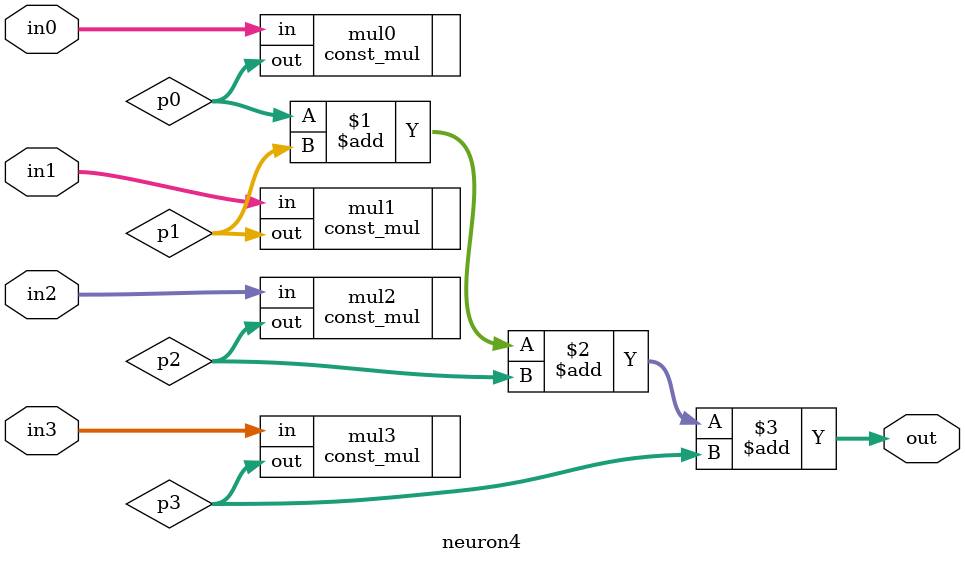
<source format=sv>
module neuron4 #(
    parameter int IW = 16, // bit width of input
    parameter int OW = 32 // bit width of output
)
(
    input logic signed [IW-1:0] in0, in1, in2, in3, // input vectors
    output logic signed [OW-1:0] out // output vector
);

  // Hard-code your four weights here:
  localparam int W0 = 30;   // e.g.  3.0 in Q8.8
  localparam int W1 = -51;   // e.g.  5.0
  localparam int W2 = -11;  // e.g. 10.0
  localparam int W3 = 17;   // e.g.  7.0

  // wires to hold each product
  logic signed [OW-1:0] p0, p1, p2, p3;

  // instantiate four constant multipliers
  const_mul #(.WIDTH(IW), .OUT_WIDTH(OW), .WEIGHT(W0)) mul0 (.in(in0), .out(p0));
  const_mul #(.WIDTH(IW), .OUT_WIDTH(OW), .WEIGHT(W1)) mul1 (.in(in1), .out(p1));
  const_mul #(.WIDTH(IW), .OUT_WIDTH(OW), .WEIGHT(W2)) mul2 (.in(in2), .out(p2));
  const_mul #(.WIDTH(IW), .OUT_WIDTH(OW), .WEIGHT(W3)) mul3 (.in(in3), .out(p3));

  // Combinational adder - sum all partial products
  assign out = p0 + p1 + p2 + p3;

endmodule
</source>
